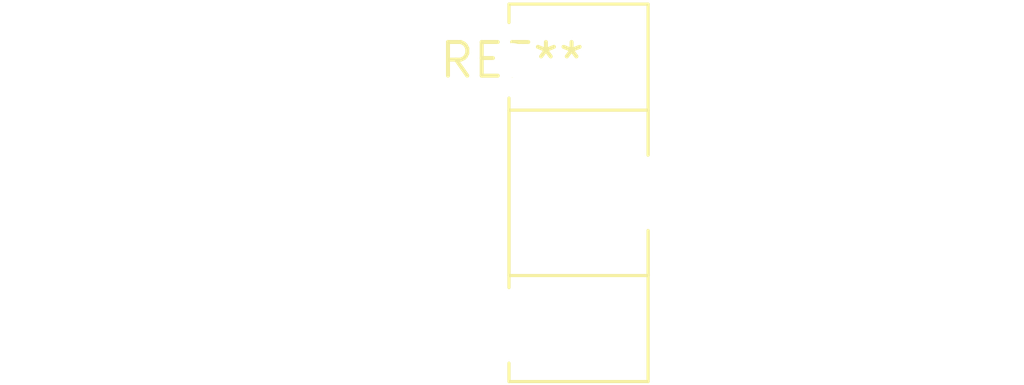
<source format=kicad_pcb>
(kicad_pcb (version 20240108) (generator pcbnew)
  (layers (0 "F.Cu" signal) (31 "B.Cu" signal) (34 "B.Paste" user) (35 "F.Paste" user) (36 "B.SilkS" user "B.Silkscreen") (37 "F.SilkS" user "F.Silkscreen") (38 "B.Mask" user) (39 "F.Mask" user) (44 "Edge.Cuts" user))
  (net 0 "")
  (footprint "Potentiometer_ACP_CA14-H5_Horizontal" (layer "F.Cu") (at 0 0)
    (property "Reference" "REF**")
    (property "Value" "Potentiometer_ACP_CA14-H5_Horizontal")
    (fp_line (start -0.121 -2.12) (end -0.121 -1.426) (layer "F.SilkS") (stroke (width 0.12)))
    (fp_line (start -0.121 -2.12) (end 5.12 -2.12) (layer "F.SilkS") (stroke (width 0.12)))
    (fp_line (start -0.121 1.426) (end -0.121 8.575) (layer "F.SilkS") (stroke (width 0.12)))
    (fp_line (start -0.121 1.88) (end -0.121 8.121) (layer "F.SilkS") (stroke (width 0.12)))
    (fp_line (start -0.121 1.88) (end 5.12 1.88) (layer "F.SilkS") (stroke (width 0.12)))
    (fp_line (start -0.121 8.121) (end 5.12 8.121) (layer "F.SilkS") (stroke (width 0.12)))
    (fp_line (start -0.121 11.425) (end -0.121 12.12) (layer "F.SilkS") (stroke (width 0.12)))
    (fp_line (start -0.121 12.12) (end 5.12 12.12) (layer "F.SilkS") (stroke (width 0.12)))
    (fp_line (start 5.12 -2.12) (end 5.12 3.575) (layer "F.SilkS") (stroke (width 0.12)))
    (fp_line (start 5.12 1.88) (end 5.12 3.575) (layer "F.SilkS") (stroke (width 0.12)))
    (fp_line (start 5.12 6.425) (end 5.12 8.121) (layer "F.SilkS") (stroke (width 0.12)))
    (fp_line (start 5.12 6.425) (end 5.12 12.12) (layer "F.SilkS") (stroke (width 0.12)))
    (pad "1" thru_hole circle (at 0 0) (size 2.34 2.34) (drill 1.3) (layers *.Cu *.Mask) (remove_unused_layers))
    (pad "2" thru_hole circle (at 5 5) (size 2.34 2.34) (drill 1.3) (layers *.Cu *.Mask) (remove_unused_layers))
    (pad "3" thru_hole circle (at 0 10) (size 2.34 2.34) (drill 1.3) (layers *.Cu *.Mask) (remove_unused_layers))
  )
)
</source>
